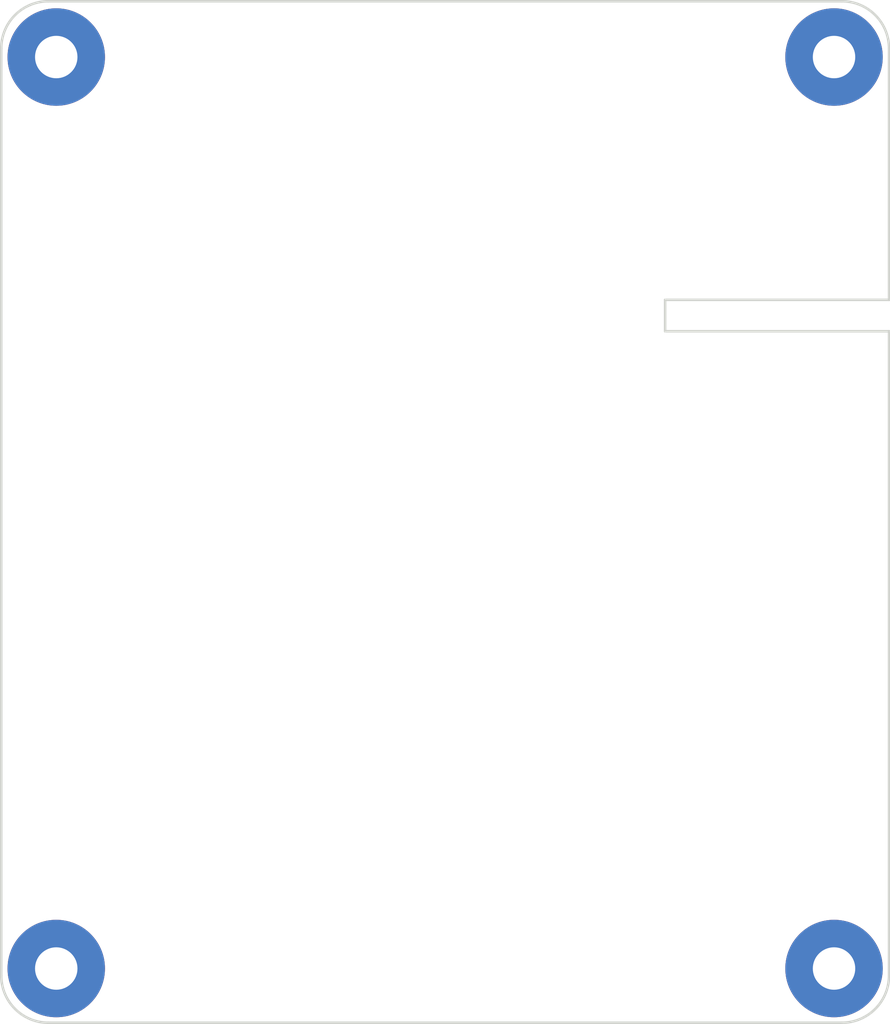
<source format=kicad_pcb>
(kicad_pcb (version 20211014) (generator pcbnew)
  (layers (0 "F.Cu" signal) (31 "B.Cu" signal) (34 "B.Paste" user) (35 "F.Paste" user) (36 "B.SilkS" user "B.Silkscreen") (37 "F.SilkS" user "F.Silkscreen") (38 "B.Mask" user) (39 "F.Mask" user) (44 "Edge.Cuts" user))
  (net 0 "")
  (footprint "MountingHole:MountingHole_2.7mm_M2.5" (layer "F.Cu") (at 65.0644 147.3496)
    (fp_text reference "REF**" hide)
    (fp_text value "MountingHole_2.7mm_M2.5" hide)
    (pad "" np_thru_hole circle locked (at 0 0) (size 6.2 6.2) (drill 2.7) (layers F&B.Cu *.Mask))
  )
  (footprint "MountingHole:MountingHole_2.7mm_M2.5" (layer "F.Cu") (at 65.0644 89.3496)
    (fp_text reference "REF**" hide)
    (fp_text value locked "MountingHole_2.7mm_M2.5" hide)
    (pad "" np_thru_hole circle locked (at 0 0) (size 6.2 6.2) (drill 2.7) (layers F&B.Cu *.Mask))
  )
  (footprint "MountingHole:MountingHole_2.7mm_M2.5" (layer "F.Cu") (at 114.5644 147.3496)
    (fp_text reference "REF**" hide)
    (fp_text value "MountingHole_2.7mm_M2.5" hide)
    (pad "" np_thru_hole circle locked (at 0 0) (size 6.2 6.2) (drill 2.7) (layers F&B.Cu *.Mask))
  )
  (footprint "MountingHole:MountingHole_2.7mm_M2.5" (layer "F.Cu") (at 114.5644 89.3496)
    (fp_text reference "REF**" hide)
    (fp_text value "MountingHole_2.7mm_M2.5" hide)
    (pad "" np_thru_hole circle locked (at 0 0) (size 6.2 6.2) (drill 2.7) (layers F&B.Cu *.Mask))
  )
  (gr_line locked (start 103.8144 104.7996) (end 103.8144 106.7996) (layer "Edge.Cuts") (width 0.16))
  (gr_line locked (start 118.0644 104.7996) (end 103.8144 104.7996) (layer "Edge.Cuts") (width 0.16))
  (gr_arc locked (start 61.5644 88.7996) (mid 62.44308 86.67828) (end 64.5644 85.7996) (layer "Edge.Cuts") (width 0.16))
  (gr_line locked (start 118.0644 88.7996) (end 118.0644 104.7996) (layer "Edge.Cuts") (width 0.16))
  (gr_line locked (start 115.0644 85.7996) (end 64.5644 85.7996) (layer "Edge.Cuts") (width 0.16))
  (gr_line locked (start 103.8144 106.7996) (end 118.0644 106.7996) (layer "Edge.Cuts") (width 0.16))
  (gr_line locked (start 118.0644 106.7996) (end 118.0644 147.7996) (layer "Edge.Cuts") (width 0.16))
  (gr_line locked (start 115.0644 150.7996) (end 64.5644 150.7996) (layer "Edge.Cuts") (width 0.16))
  (gr_arc locked (start 118.0644 147.7996) (mid 117.18572 149.92092) (end 115.0644 150.7996) (layer "Edge.Cuts") (width 0.16))
  (gr_line locked (start 61.5644 88.7996) (end 61.5644 147.7996) (layer "Edge.Cuts") (width 0.16))
  (gr_arc locked (start 64.5644 150.7996) (mid 62.44308 149.92092) (end 61.5644 147.7996) (layer "Edge.Cuts") (width 0.16))
  (gr_arc locked (start 115.0644 85.7996) (mid 117.18572 86.67828) (end 118.0644 88.7996) (layer "Edge.Cuts") (width 0.16))
)
</source>
